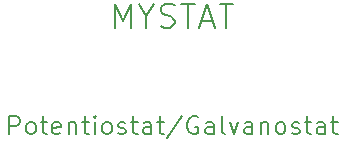
<source format=gto>
G04 #@! TF.GenerationSoftware,KiCad,Pcbnew,5.0.2+dfsg1-1*
G04 #@! TF.CreationDate,2019-07-02T12:35:50-04:00*
G04 #@! TF.ProjectId,frontpanel,66726f6e-7470-4616-9e65-6c2e6b696361,rev?*
G04 #@! TF.SameCoordinates,Original*
G04 #@! TF.FileFunction,Legend,Top*
G04 #@! TF.FilePolarity,Positive*
%FSLAX46Y46*%
G04 Gerber Fmt 4.6, Leading zero omitted, Abs format (unit mm)*
G04 Created by KiCad (PCBNEW 5.0.2+dfsg1-1) date Tue 02 Jul 2019 12:35:50 PM EDT*
%MOMM*%
%LPD*%
G01*
G04 APERTURE LIST*
%ADD10C,0.200000*%
G04 APERTURE END LIST*
D10*
X136214285Y-96178571D02*
X136214285Y-94678571D01*
X136785714Y-94678571D01*
X136928571Y-94750000D01*
X137000000Y-94821428D01*
X137071428Y-94964285D01*
X137071428Y-95178571D01*
X137000000Y-95321428D01*
X136928571Y-95392857D01*
X136785714Y-95464285D01*
X136214285Y-95464285D01*
X137928571Y-96178571D02*
X137785714Y-96107142D01*
X137714285Y-96035714D01*
X137642857Y-95892857D01*
X137642857Y-95464285D01*
X137714285Y-95321428D01*
X137785714Y-95250000D01*
X137928571Y-95178571D01*
X138142857Y-95178571D01*
X138285714Y-95250000D01*
X138357142Y-95321428D01*
X138428571Y-95464285D01*
X138428571Y-95892857D01*
X138357142Y-96035714D01*
X138285714Y-96107142D01*
X138142857Y-96178571D01*
X137928571Y-96178571D01*
X138857142Y-95178571D02*
X139428571Y-95178571D01*
X139071428Y-94678571D02*
X139071428Y-95964285D01*
X139142857Y-96107142D01*
X139285714Y-96178571D01*
X139428571Y-96178571D01*
X140500000Y-96107142D02*
X140357142Y-96178571D01*
X140071428Y-96178571D01*
X139928571Y-96107142D01*
X139857142Y-95964285D01*
X139857142Y-95392857D01*
X139928571Y-95250000D01*
X140071428Y-95178571D01*
X140357142Y-95178571D01*
X140500000Y-95250000D01*
X140571428Y-95392857D01*
X140571428Y-95535714D01*
X139857142Y-95678571D01*
X141214285Y-95178571D02*
X141214285Y-96178571D01*
X141214285Y-95321428D02*
X141285714Y-95250000D01*
X141428571Y-95178571D01*
X141642857Y-95178571D01*
X141785714Y-95250000D01*
X141857142Y-95392857D01*
X141857142Y-96178571D01*
X142357142Y-95178571D02*
X142928571Y-95178571D01*
X142571428Y-94678571D02*
X142571428Y-95964285D01*
X142642857Y-96107142D01*
X142785714Y-96178571D01*
X142928571Y-96178571D01*
X143428571Y-96178571D02*
X143428571Y-95178571D01*
X143428571Y-94678571D02*
X143357142Y-94750000D01*
X143428571Y-94821428D01*
X143500000Y-94750000D01*
X143428571Y-94678571D01*
X143428571Y-94821428D01*
X144357142Y-96178571D02*
X144214285Y-96107142D01*
X144142857Y-96035714D01*
X144071428Y-95892857D01*
X144071428Y-95464285D01*
X144142857Y-95321428D01*
X144214285Y-95250000D01*
X144357142Y-95178571D01*
X144571428Y-95178571D01*
X144714285Y-95250000D01*
X144785714Y-95321428D01*
X144857142Y-95464285D01*
X144857142Y-95892857D01*
X144785714Y-96035714D01*
X144714285Y-96107142D01*
X144571428Y-96178571D01*
X144357142Y-96178571D01*
X145428571Y-96107142D02*
X145571428Y-96178571D01*
X145857142Y-96178571D01*
X146000000Y-96107142D01*
X146071428Y-95964285D01*
X146071428Y-95892857D01*
X146000000Y-95750000D01*
X145857142Y-95678571D01*
X145642857Y-95678571D01*
X145500000Y-95607142D01*
X145428571Y-95464285D01*
X145428571Y-95392857D01*
X145500000Y-95250000D01*
X145642857Y-95178571D01*
X145857142Y-95178571D01*
X146000000Y-95250000D01*
X146500000Y-95178571D02*
X147071428Y-95178571D01*
X146714285Y-94678571D02*
X146714285Y-95964285D01*
X146785714Y-96107142D01*
X146928571Y-96178571D01*
X147071428Y-96178571D01*
X148214285Y-96178571D02*
X148214285Y-95392857D01*
X148142857Y-95250000D01*
X148000000Y-95178571D01*
X147714285Y-95178571D01*
X147571428Y-95250000D01*
X148214285Y-96107142D02*
X148071428Y-96178571D01*
X147714285Y-96178571D01*
X147571428Y-96107142D01*
X147500000Y-95964285D01*
X147500000Y-95821428D01*
X147571428Y-95678571D01*
X147714285Y-95607142D01*
X148071428Y-95607142D01*
X148214285Y-95535714D01*
X148714285Y-95178571D02*
X149285714Y-95178571D01*
X148928571Y-94678571D02*
X148928571Y-95964285D01*
X149000000Y-96107142D01*
X149142857Y-96178571D01*
X149285714Y-96178571D01*
X150857142Y-94607142D02*
X149571428Y-96535714D01*
X152142857Y-94750000D02*
X152000000Y-94678571D01*
X151785714Y-94678571D01*
X151571428Y-94750000D01*
X151428571Y-94892857D01*
X151357142Y-95035714D01*
X151285714Y-95321428D01*
X151285714Y-95535714D01*
X151357142Y-95821428D01*
X151428571Y-95964285D01*
X151571428Y-96107142D01*
X151785714Y-96178571D01*
X151928571Y-96178571D01*
X152142857Y-96107142D01*
X152214285Y-96035714D01*
X152214285Y-95535714D01*
X151928571Y-95535714D01*
X153500000Y-96178571D02*
X153500000Y-95392857D01*
X153428571Y-95250000D01*
X153285714Y-95178571D01*
X153000000Y-95178571D01*
X152857142Y-95250000D01*
X153500000Y-96107142D02*
X153357142Y-96178571D01*
X153000000Y-96178571D01*
X152857142Y-96107142D01*
X152785714Y-95964285D01*
X152785714Y-95821428D01*
X152857142Y-95678571D01*
X153000000Y-95607142D01*
X153357142Y-95607142D01*
X153500000Y-95535714D01*
X154428571Y-96178571D02*
X154285714Y-96107142D01*
X154214285Y-95964285D01*
X154214285Y-94678571D01*
X154857142Y-95178571D02*
X155214285Y-96178571D01*
X155571428Y-95178571D01*
X156785714Y-96178571D02*
X156785714Y-95392857D01*
X156714285Y-95250000D01*
X156571428Y-95178571D01*
X156285714Y-95178571D01*
X156142857Y-95250000D01*
X156785714Y-96107142D02*
X156642857Y-96178571D01*
X156285714Y-96178571D01*
X156142857Y-96107142D01*
X156071428Y-95964285D01*
X156071428Y-95821428D01*
X156142857Y-95678571D01*
X156285714Y-95607142D01*
X156642857Y-95607142D01*
X156785714Y-95535714D01*
X157500000Y-95178571D02*
X157500000Y-96178571D01*
X157500000Y-95321428D02*
X157571428Y-95250000D01*
X157714285Y-95178571D01*
X157928571Y-95178571D01*
X158071428Y-95250000D01*
X158142857Y-95392857D01*
X158142857Y-96178571D01*
X159071428Y-96178571D02*
X158928571Y-96107142D01*
X158857142Y-96035714D01*
X158785714Y-95892857D01*
X158785714Y-95464285D01*
X158857142Y-95321428D01*
X158928571Y-95250000D01*
X159071428Y-95178571D01*
X159285714Y-95178571D01*
X159428571Y-95250000D01*
X159500000Y-95321428D01*
X159571428Y-95464285D01*
X159571428Y-95892857D01*
X159500000Y-96035714D01*
X159428571Y-96107142D01*
X159285714Y-96178571D01*
X159071428Y-96178571D01*
X160142857Y-96107142D02*
X160285714Y-96178571D01*
X160571428Y-96178571D01*
X160714285Y-96107142D01*
X160785714Y-95964285D01*
X160785714Y-95892857D01*
X160714285Y-95750000D01*
X160571428Y-95678571D01*
X160357142Y-95678571D01*
X160214285Y-95607142D01*
X160142857Y-95464285D01*
X160142857Y-95392857D01*
X160214285Y-95250000D01*
X160357142Y-95178571D01*
X160571428Y-95178571D01*
X160714285Y-95250000D01*
X161214285Y-95178571D02*
X161785714Y-95178571D01*
X161428571Y-94678571D02*
X161428571Y-95964285D01*
X161500000Y-96107142D01*
X161642857Y-96178571D01*
X161785714Y-96178571D01*
X162928571Y-96178571D02*
X162928571Y-95392857D01*
X162857142Y-95250000D01*
X162714285Y-95178571D01*
X162428571Y-95178571D01*
X162285714Y-95250000D01*
X162928571Y-96107142D02*
X162785714Y-96178571D01*
X162428571Y-96178571D01*
X162285714Y-96107142D01*
X162214285Y-95964285D01*
X162214285Y-95821428D01*
X162285714Y-95678571D01*
X162428571Y-95607142D01*
X162785714Y-95607142D01*
X162928571Y-95535714D01*
X163428571Y-95178571D02*
X164000000Y-95178571D01*
X163642857Y-94678571D02*
X163642857Y-95964285D01*
X163714285Y-96107142D01*
X163857142Y-96178571D01*
X164000000Y-96178571D01*
X145142857Y-87154761D02*
X145142857Y-85154761D01*
X145809523Y-86583333D01*
X146476190Y-85154761D01*
X146476190Y-87154761D01*
X147809523Y-86202380D02*
X147809523Y-87154761D01*
X147142857Y-85154761D02*
X147809523Y-86202380D01*
X148476190Y-85154761D01*
X149047619Y-87059523D02*
X149333333Y-87154761D01*
X149809523Y-87154761D01*
X150000000Y-87059523D01*
X150095238Y-86964285D01*
X150190476Y-86773809D01*
X150190476Y-86583333D01*
X150095238Y-86392857D01*
X150000000Y-86297619D01*
X149809523Y-86202380D01*
X149428571Y-86107142D01*
X149238095Y-86011904D01*
X149142857Y-85916666D01*
X149047619Y-85726190D01*
X149047619Y-85535714D01*
X149142857Y-85345238D01*
X149238095Y-85250000D01*
X149428571Y-85154761D01*
X149904761Y-85154761D01*
X150190476Y-85250000D01*
X150761904Y-85154761D02*
X151904761Y-85154761D01*
X151333333Y-87154761D02*
X151333333Y-85154761D01*
X152476190Y-86583333D02*
X153428571Y-86583333D01*
X152285714Y-87154761D02*
X152952380Y-85154761D01*
X153619047Y-87154761D01*
X154000000Y-85154761D02*
X155142857Y-85154761D01*
X154571428Y-87154761D02*
X154571428Y-85154761D01*
M02*

</source>
